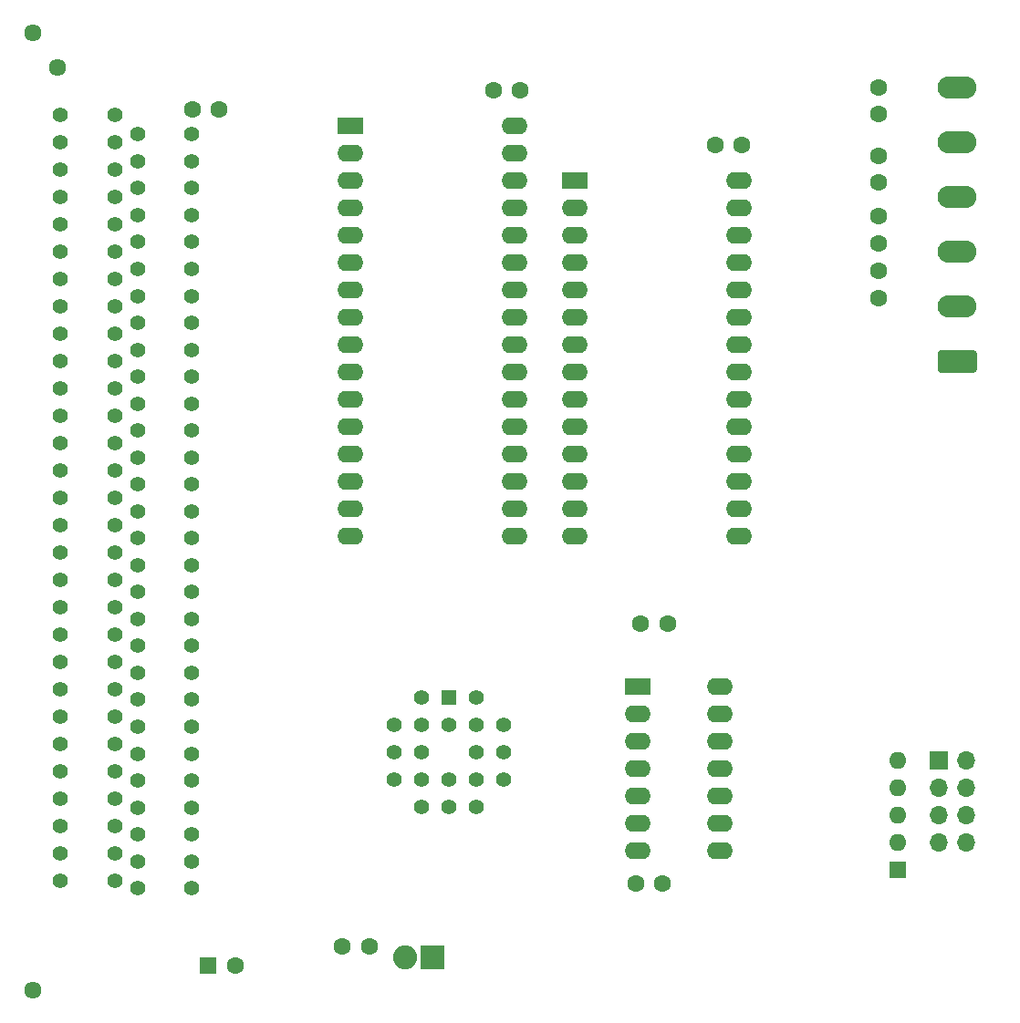
<source format=gbr>
%TF.GenerationSoftware,KiCad,Pcbnew,(5.1.10)-1*%
%TF.CreationDate,2024-12-04T14:35:01+01:00*%
%TF.ProjectId,BasicROM,42617369-6352-44f4-9d2e-6b696361645f,rev?*%
%TF.SameCoordinates,Original*%
%TF.FileFunction,Soldermask,Top*%
%TF.FilePolarity,Negative*%
%FSLAX46Y46*%
G04 Gerber Fmt 4.6, Leading zero omitted, Abs format (unit mm)*
G04 Created by KiCad (PCBNEW (5.1.10)-1) date 2024-12-04 14:35:01*
%MOMM*%
%LPD*%
G01*
G04 APERTURE LIST*
%ADD10O,2.400000X1.600000*%
%ADD11R,2.400000X1.600000*%
%ADD12C,1.600000*%
%ADD13O,3.600000X2.080000*%
%ADD14C,1.422400*%
%ADD15R,1.422400X1.422400*%
%ADD16O,1.600000X1.600000*%
%ADD17R,1.600000X1.600000*%
%ADD18O,1.700000X1.700000*%
%ADD19R,1.700000X1.700000*%
%ADD20O,2.240000X2.240000*%
%ADD21R,2.240000X2.240000*%
%ADD22C,1.400000*%
%ADD23C,1.610000*%
G04 APERTURE END LIST*
D10*
%TO.C,U4*%
X142748000Y-115316000D03*
X135128000Y-130556000D03*
X142748000Y-117856000D03*
X135128000Y-128016000D03*
X142748000Y-120396000D03*
X135128000Y-125476000D03*
X142748000Y-122936000D03*
X135128000Y-122936000D03*
X142748000Y-125476000D03*
X135128000Y-120396000D03*
X142748000Y-128016000D03*
X135128000Y-117856000D03*
X142748000Y-130556000D03*
D11*
X135128000Y-115316000D03*
%TD*%
D12*
%TO.C,C7*%
X134914000Y-133604000D03*
X137414000Y-133604000D03*
%TD*%
%TO.C,C5*%
X157480000Y-71668000D03*
X157480000Y-74168000D03*
%TD*%
D13*
%TO.C,J2*%
X164751000Y-59748000D03*
X164751000Y-64828000D03*
X164751000Y-69908000D03*
X164751000Y-74988000D03*
X164751000Y-80068000D03*
G36*
G01*
X166301002Y-86188000D02*
X163200998Y-86188000D01*
G75*
G02*
X162951000Y-85938002I0J249998D01*
G01*
X162951000Y-84357998D01*
G75*
G02*
X163200998Y-84108000I249998J0D01*
G01*
X166301002Y-84108000D01*
G75*
G02*
X166551000Y-84357998I0J-249998D01*
G01*
X166551000Y-85938002D01*
G75*
G02*
X166301002Y-86188000I-249998J0D01*
G01*
G37*
%TD*%
D12*
%TO.C,C11*%
X157480000Y-76748000D03*
X157480000Y-79248000D03*
%TD*%
%TO.C,C10*%
X157480000Y-68540000D03*
X157480000Y-66040000D03*
%TD*%
%TO.C,C9*%
X157480000Y-62190000D03*
X157480000Y-59690000D03*
%TD*%
D14*
%TO.C,U1*%
X122682000Y-118872000D03*
X122682000Y-121412000D03*
X120142000Y-116332000D03*
X120142000Y-121412000D03*
X120142000Y-123952000D03*
X120142000Y-126492000D03*
X117602000Y-126492000D03*
X115062000Y-126492000D03*
X122682000Y-123952000D03*
X117602000Y-123952000D03*
X115062000Y-123952000D03*
X112522000Y-123952000D03*
X112522000Y-121412000D03*
X112522000Y-118872000D03*
X115062000Y-121412000D03*
X115062000Y-118872000D03*
X115062000Y-116332000D03*
D15*
X117602000Y-116332000D03*
D14*
X120142000Y-118872000D03*
X117602000Y-118872000D03*
%TD*%
D12*
%TO.C,C3*%
X142280000Y-65024000D03*
X144780000Y-65024000D03*
%TD*%
D10*
%TO.C,U3*%
X123698000Y-63246000D03*
X108458000Y-101346000D03*
X123698000Y-65786000D03*
X108458000Y-98806000D03*
X123698000Y-68326000D03*
X108458000Y-96266000D03*
X123698000Y-70866000D03*
X108458000Y-93726000D03*
X123698000Y-73406000D03*
X108458000Y-91186000D03*
X123698000Y-75946000D03*
X108458000Y-88646000D03*
X123698000Y-78486000D03*
X108458000Y-86106000D03*
X123698000Y-81026000D03*
X108458000Y-83566000D03*
X123698000Y-83566000D03*
X108458000Y-81026000D03*
X123698000Y-86106000D03*
X108458000Y-78486000D03*
X123698000Y-88646000D03*
X108458000Y-75946000D03*
X123698000Y-91186000D03*
X108458000Y-73406000D03*
X123698000Y-93726000D03*
X108458000Y-70866000D03*
X123698000Y-96266000D03*
X108458000Y-68326000D03*
X123698000Y-98806000D03*
X108458000Y-65786000D03*
X123698000Y-101346000D03*
D11*
X108458000Y-63246000D03*
%TD*%
D10*
%TO.C,U2*%
X144526000Y-68326000D03*
X129286000Y-101346000D03*
X144526000Y-70866000D03*
X129286000Y-98806000D03*
X144526000Y-73406000D03*
X129286000Y-96266000D03*
X144526000Y-75946000D03*
X129286000Y-93726000D03*
X144526000Y-78486000D03*
X129286000Y-91186000D03*
X144526000Y-81026000D03*
X129286000Y-88646000D03*
X144526000Y-83566000D03*
X129286000Y-86106000D03*
X144526000Y-86106000D03*
X129286000Y-83566000D03*
X144526000Y-88646000D03*
X129286000Y-81026000D03*
X144526000Y-91186000D03*
X129286000Y-78486000D03*
X144526000Y-93726000D03*
X129286000Y-75946000D03*
X144526000Y-96266000D03*
X129286000Y-73406000D03*
X144526000Y-98806000D03*
X129286000Y-70866000D03*
X144526000Y-101346000D03*
D11*
X129286000Y-68326000D03*
%TD*%
D16*
%TO.C,RN1*%
X159258000Y-122174000D03*
X159258000Y-124714000D03*
X159258000Y-127254000D03*
X159258000Y-129794000D03*
D17*
X159258000Y-132334000D03*
%TD*%
D18*
%TO.C,J1*%
X165608000Y-129794000D03*
X163068000Y-129794000D03*
X165608000Y-127254000D03*
X163068000Y-127254000D03*
X165608000Y-124714000D03*
X163068000Y-124714000D03*
X165608000Y-122174000D03*
D19*
X163068000Y-122174000D03*
%TD*%
D20*
%TO.C,D2*%
X113538000Y-140462000D03*
D21*
X116078000Y-140462000D03*
%TD*%
D12*
%TO.C,C8*%
X110196000Y-139446000D03*
X107696000Y-139446000D03*
%TD*%
%TO.C,C6*%
X97750000Y-141224000D03*
D17*
X95250000Y-141224000D03*
%TD*%
D12*
%TO.C,C4*%
X121706000Y-59944000D03*
X124206000Y-59944000D03*
%TD*%
%TO.C,C2*%
X93766000Y-61722000D03*
X96266000Y-61722000D03*
%TD*%
%TO.C,C1*%
X137882000Y-109474000D03*
X135382000Y-109474000D03*
%TD*%
D22*
%TO.C,X1*%
X81508600Y-67310000D03*
X88700000Y-134060000D03*
X88700000Y-131560000D03*
X88700000Y-129060000D03*
X88700000Y-126560000D03*
X88700000Y-124060000D03*
X88700000Y-121560000D03*
X88700000Y-119060000D03*
X88700000Y-116560000D03*
X88700000Y-114060000D03*
X88700000Y-111560000D03*
X88700000Y-109060000D03*
X88700000Y-106560000D03*
X88700000Y-104060000D03*
X88700000Y-101560000D03*
X88700000Y-99060000D03*
X88700000Y-96560000D03*
X88700000Y-94060000D03*
X88700000Y-91560000D03*
X88700000Y-89060000D03*
X88700000Y-86560000D03*
X88700000Y-84060000D03*
X88700000Y-81560000D03*
X88700000Y-79060000D03*
X88700000Y-76560000D03*
X88700000Y-74060000D03*
X88700000Y-71560000D03*
X88700000Y-69060000D03*
X88700000Y-66560000D03*
X88700000Y-64060000D03*
X93700000Y-134060000D03*
X93700000Y-131560000D03*
X93700000Y-129060000D03*
X93700000Y-126560000D03*
X93700000Y-124060000D03*
X93700000Y-121560000D03*
X93700000Y-119060000D03*
X93700000Y-116560000D03*
X93700000Y-114060000D03*
X93700000Y-111560000D03*
X93700000Y-109060000D03*
X93700000Y-106560000D03*
X93700000Y-104060000D03*
X93700000Y-101560000D03*
X93700000Y-99060000D03*
X93700000Y-96560000D03*
X93700000Y-94060000D03*
X93700000Y-91560000D03*
X93700000Y-89060000D03*
X93700000Y-86560000D03*
X93700000Y-84060000D03*
X93700000Y-81560000D03*
X93700000Y-79060000D03*
X93700000Y-76560000D03*
X93700000Y-74060000D03*
X93700000Y-71560000D03*
X93700000Y-69060000D03*
X93700000Y-66560000D03*
X93700000Y-64060000D03*
D23*
X81200000Y-57810000D03*
D22*
X86588600Y-133350000D03*
X86588600Y-130810000D03*
X86588600Y-128270000D03*
X86588600Y-125730000D03*
X86588600Y-123190000D03*
X86588600Y-120650000D03*
X86588600Y-118110000D03*
X86588600Y-115570000D03*
X86588600Y-113030000D03*
X86588600Y-110490000D03*
X86588600Y-107950000D03*
X86588600Y-105410000D03*
X86588600Y-102870000D03*
X86588600Y-100330000D03*
X86588600Y-97790000D03*
X86588600Y-95250000D03*
X86588600Y-92710000D03*
X86588600Y-90170000D03*
X86588600Y-87630000D03*
X86588600Y-85090000D03*
X86588600Y-82550000D03*
X86588600Y-80010000D03*
X86588600Y-77470000D03*
X86588600Y-74930000D03*
X86588600Y-72390000D03*
X86588600Y-69850000D03*
X86588600Y-67310000D03*
X86588600Y-64770000D03*
X86588600Y-62230000D03*
X81508600Y-133350000D03*
X81508600Y-130810000D03*
X81508600Y-128270000D03*
X81508600Y-125730000D03*
X81508600Y-123190000D03*
X81508600Y-120650000D03*
X81508600Y-118110000D03*
X81508600Y-115570000D03*
X81508600Y-113030000D03*
X81508600Y-110490000D03*
X81508600Y-107950000D03*
X81508600Y-105410000D03*
X81508600Y-102870000D03*
X81508600Y-100330000D03*
X81508600Y-97790000D03*
X81508600Y-95250000D03*
X81508600Y-92710000D03*
X81508600Y-90170000D03*
X81508600Y-87630000D03*
X81508600Y-85090000D03*
X81508600Y-82550000D03*
X81508600Y-80010000D03*
X81508600Y-77470000D03*
X81508600Y-74930000D03*
X81508600Y-72390000D03*
X81508600Y-69850000D03*
X81508600Y-64770000D03*
X81508600Y-62230000D03*
D23*
X78968600Y-143510000D03*
X78968600Y-54610000D03*
%TD*%
M02*

</source>
